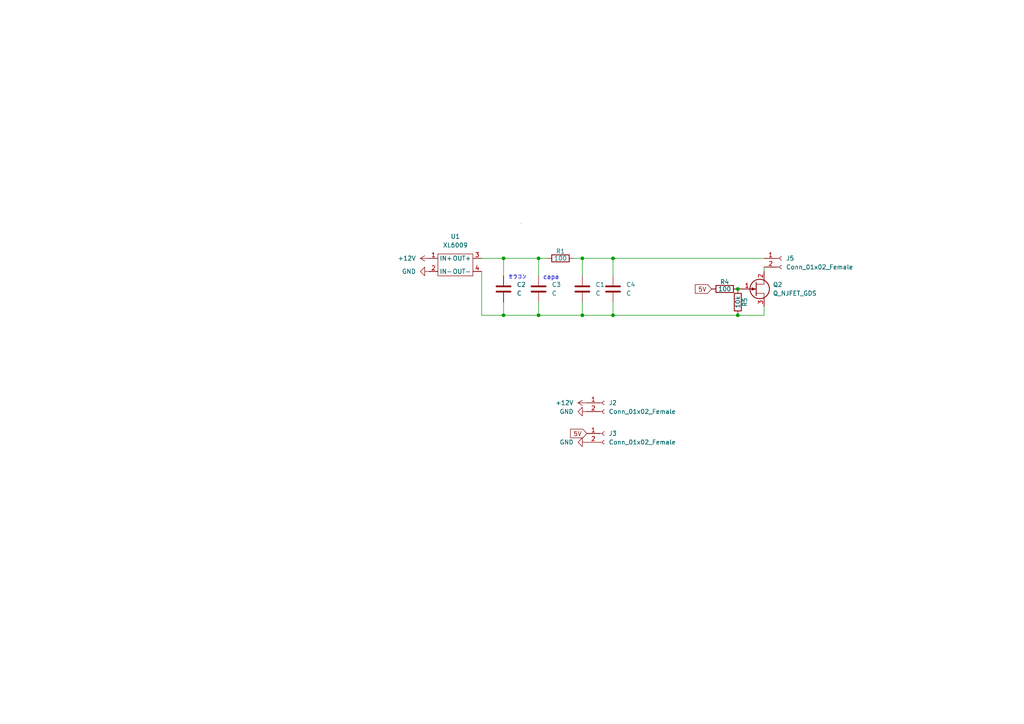
<source format=kicad_sch>
(kicad_sch (version 20211123) (generator eeschema)
  (paper "A4")
  (lib_symbols
    (symbol "Connector:Conn_01x02_Female" (pin_names (offset 1.016) hide)
      (property "Reference" "J" (at 0 2.54 0))
      (property "Value" "Conn_01x02_Female" (at 0 -5.08 0))
      (symbol "Conn_01x02_Female_1_1"
        (arc (start 0 -2.032) (mid -0.508 -2.54) (end 0 -3.048) (stroke (width 0.1524)))
        (polyline (pts (xy -1.27 -2.54) (xy -0.508 -2.54)) (stroke (width 0.1524)))
        (polyline (pts (xy -1.27 0) (xy -0.508 0)) (stroke (width 0.1524)))
        (arc (start 0 0.508) (mid -0.508 0) (end 0 -0.508) (stroke (width 0.1524)))
        (pin passive line (at -5.08 0 0) (length 3.81) (name "Pin_1") (number "1"))
        (pin passive line (at -5.08 -2.54 0) (length 3.81) (name "Pin_2") (number "2"))
      )
    )
    (symbol "Device:C" (pin_numbers hide) (pin_names (offset 0.254))
      (property "Reference" "C" (at 0.635 2.54 0))
      (property "Value" "C" (at 0.635 -2.54 0))
      (symbol "C_0_1"
        (polyline (pts (xy -2.032 -0.762) (xy 2.032 -0.762)) (stroke (width 0.508)))
        (polyline (pts (xy -2.032 0.762) (xy 2.032 0.762)) (stroke (width 0.508)))
      )
      (symbol "C_1_1"
        (pin passive line (at 0 3.81 270) (length 2.794) (name "~") (number "1"))
        (pin passive line (at 0 -3.81 90) (length 2.794) (name "~") (number "2"))
      )
    )
    (symbol "Device:Q_NJFET_GDS" (pin_names (offset 0) hide)
      (property "Reference" "Q" (at 5.08 1.27 0))
      (property "Value" "Q_NJFET_GDS" (at 5.08 -1.27 0))
      (symbol "Q_NJFET_GDS_0_1"
        (polyline (pts (xy 0.254 1.905) (xy 0.254 -1.905) (xy 0.254 -1.905)) (stroke (width 0.254)))
        (polyline (pts (xy 2.54 -2.54) (xy 2.54 -1.27) (xy 0.254 -1.27)))
        (polyline (pts (xy 2.54 2.54) (xy 2.54 1.397) (xy 0.254 1.397)))
        (polyline (pts (xy 0 0) (xy -1.016 0.381) (xy -1.016 -0.381) (xy 0 0)) (fill (type outline)))
        (circle (center 1.27 0) (radius 2.8194) (stroke (width 0.254)))
      )
      (symbol "Q_NJFET_GDS_1_1"
        (pin input line (at -5.08 0 0) (length 5.334) (name "G") (number "1"))
        (pin passive line (at 2.54 5.08 270) (length 2.54) (name "D") (number "2"))
        (pin passive line (at 2.54 -5.08 90) (length 2.54) (name "S") (number "3"))
      )
    )
    (symbol "Device:R" (pin_numbers hide) (pin_names (offset 0))
      (property "Reference" "R" (at 2.032 0 90))
      (property "Value" "R" (at 0 0 90))
      (symbol "R_0_1"
        (rectangle (start -1.016 -2.54) (end 1.016 2.54) (stroke (width 0.254)))
      )
      (symbol "R_1_1"
        (pin passive line (at 0 3.81 270) (length 1.27) (name "~") (number "1"))
        (pin passive line (at 0 -3.81 90) (length 1.27) (name "~") (number "2"))
      )
    )
    (symbol "XL6009:XL6009"
      (property "Reference" "U" (at 0 1.27 0))
      (property "Value" "XL6009" (at 0 -1.27 0))
      (symbol "XL6009_0_1"
        (rectangle (start -5.08 -2.54) (end 5.08 -8.89))
        (rectangle (start 19.05 6.35) (end 19.05 6.35))
      )
      (symbol "XL6009_1_1"
        (pin input line (at -7.62 -3.81 0) (length 2.54) (name "IN+") (number "1"))
        (pin input line (at -7.62 -7.62 0) (length 2.54) (name "IN-") (number "2"))
        (pin input line (at 7.62 -3.81 180) (length 2.54) (name "OUT+") (number "3"))
        (pin input line (at 7.62 -7.62 180) (length 2.54) (name "OUT-") (number "4"))
      )
    )
    (symbol "power:+12V" (power) (pin_names (offset 0))
      (property "Value" "+12V" (at 0 3.556 0))
      (symbol "+12V_0_1"
        (polyline (pts (xy -0.762 1.27) (xy 0 2.54)))
        (polyline (pts (xy 0 0) (xy 0 2.54)))
        (polyline (pts (xy 0 2.54) (xy 0.762 1.27)))
      )
      (symbol "+12V_1_1"
        (pin power_in line (at 0 0 90) (length 0) hide (name "+12V") (number "1"))
      )
    )
    (symbol "power:GND" (power) (pin_names (offset 0))
      (property "Value" "GND" (at 0 -3.81 0))
      (symbol "GND_0_1"
        (polyline (pts (xy 0 0) (xy 0 -1.27) (xy 1.27 -1.27) (xy 0 -2.54) (xy -1.27 -1.27) (xy 0 -1.27)))
      )
      (symbol "GND_1_1"
        (pin power_in line (at 0 0 270) (length 0) hide (name "GND") (number "1"))
      )
    )
  )
  (junction (at 177.8 91.44))
  (junction (at 156.21 91.44))
  (junction (at 213.995 83.82))
  (junction (at 177.8 74.93))
  (junction (at 213.995 91.44))
  (junction (at 156.21 74.93))
  (junction (at 168.91 74.93))
  (junction (at 146.05 74.93))
  (junction (at 146.05 91.44))
  (junction (at 168.91 91.44))
  (wire (pts (xy 146.05 87.63) (xy 146.05 91.44)))
  (wire (pts (xy 177.8 74.93) (xy 221.615 74.93)))
  (wire (pts (xy 146.05 80.01) (xy 146.05 74.93)))
  (wire (pts (xy 156.21 91.44) (xy 168.91 91.44)))
  (wire (pts (xy 139.7 91.44) (xy 146.05 91.44)))
  (wire (pts (xy 146.05 74.93) (xy 156.21 74.93)))
  (wire (pts (xy 156.21 91.44) (xy 156.21 87.63)))
  (wire (pts (xy 168.91 91.44) (xy 177.8 91.44)))
  (wire (pts (xy 168.91 87.63) (xy 168.91 91.44)))
  (wire (pts (xy 177.8 80.01) (xy 177.8 74.93)))
  (wire (pts (xy 166.37 74.93) (xy 168.91 74.93)))
  (wire (pts (xy 177.8 91.44) (xy 213.995 91.44)))
  (wire (pts (xy 139.7 74.93) (xy 146.05 74.93)))
  (wire (pts (xy 221.615 91.44) (xy 213.995 91.44)))
  (wire (pts (xy 168.91 74.93) (xy 177.8 74.93)))
  (wire (pts (xy 139.7 78.74) (xy 139.7 91.44)))
  (wire (pts (xy 156.21 91.44) (xy 146.05 91.44)))
  (wire (pts (xy 177.8 87.63) (xy 177.8 91.44)))
  (wire (pts (xy 168.91 80.01) (xy 168.91 74.93)))
  (wire (pts (xy 221.615 88.9) (xy 221.615 91.44)))
  (wire (pts (xy 221.615 78.74) (xy 221.615 77.47)))
  (wire (pts (xy 156.21 80.01) (xy 156.21 74.93)))
  (wire (pts (xy 156.21 74.93) (xy 158.75 74.93)))
  (text "セラコン" (at 147.32 81.28 0) (effects (font (size 1.27 1.27)) (justify left bottom)))
  (text "capa" (at 157.48 81.28 0) (effects (font (size 1.27 1.27)) (justify left bottom)))
  (global_label "5V" (shape input) (at 206.375 83.82 180) (property "Intersheet References" "${INTERSHEET_REFS}" (effects hide)))
  (global_label "5V" (shape input) (at 170.18 125.73 180) (property "Intersheet References" "${INTERSHEET_REFS}" (effects hide)))
  (symbol (lib_id "Device:C") (at 156.21 83.82 0) (unit 1)
    (property "Reference" "C3" (at 160.02 82.5499 0) (effects (justify left)))
    (property "Value" "C" (at 160.02 85.0899 0) (effects (justify left)))
    (property "Footprint" "Capacitor_THT:C_Radial_D12.5mm_H20.0mm_P5.00mm" (effects hide))
  )
  (symbol (lib_id "Device:C") (at 177.8 83.82 0) (unit 1)
    (property "Reference" "C4" (at 181.61 82.5499 0) (effects (justify left)))
    (property "Value" "C" (at 181.61 85.0899 0) (effects (justify left)))
    (property "Footprint" "Capacitor_THT:C_Radial_D16.0mm_H31.5mm_P7.50mm" (effects hide))
  )
  (symbol (lib_id "power:+12V") (at 170.18 116.84 90) (unit 1)
    (property "Reference" "#PWR0101" (effects hide))
    (property "Value" "+12V" (at 166.37 116.8399 90) (effects (justify left)))
  )
  (symbol (lib_id "Connector:Conn_01x02_Female") (at 175.26 116.84 0) (unit 1)
    (property "Reference" "J2" (at 176.53 116.8399 0) (effects (justify left)))
    (property "Value" "Conn_01x02_Female" (at 176.53 119.3799 0) (effects (justify left)))
    (property "Footprint" "Connector_PinSocket_2.54mm:PinSocket_1x02_P2.54mm_Vertical" (effects hide))
  )
  (symbol (lib_id "Connector:Conn_01x02_Female") (at 175.26 125.73 0) (unit 1)
    (property "Reference" "J3" (at 176.53 125.7299 0) (effects (justify left)))
    (property "Value" "Conn_01x02_Female" (at 176.53 128.2699 0) (effects (justify left)))
    (property "Footprint" "Connector_PinSocket_2.54mm:PinSocket_1x02_P2.54mm_Vertical" (effects hide))
  )
  (symbol (lib_id "Device:C") (at 146.05 83.82 0) (unit 1)
    (property "Reference" "C2" (at 149.86 82.5499 0) (effects (justify left)))
    (property "Value" "C" (at 149.86 85.0899 0) (effects (justify left)))
    (property "Footprint" "Capacitor_THT:C_Disc_D8.0mm_W2.5mm_P5.00mm" (effects hide))
  )
  (symbol (lib_id "Device:R") (at 213.995 87.63 0) (unit 1)
    (property "Reference" "R5" (at 216.027 87.63 90))
    (property "Value" "10k" (at 213.995 87.63 90))
    (property "Footprint" "Resistor_THT:R_Axial_DIN0204_L3.6mm_D1.6mm_P7.62mm_Horizontal" (effects hide))
  )
  (symbol (lib_id "Connector:Conn_01x02_Female") (at 226.695 74.93 0) (unit 1)
    (property "Reference" "J5" (at 227.965 74.9299 0) (effects (justify left)))
    (property "Value" "Conn_01x02_Female" (at 227.965 77.4699 0) (effects (justify left)))
    (property "Footprint" "Connector_PinSocket_2.54mm:PinSocket_1x02_P2.54mm_Vertical" (effects hide))
  )
  (symbol (lib_id "power:GND") (at 170.18 119.38 270) (unit 1)
    (property "Reference" "#PWR0102" (effects hide))
    (property "Value" "GND" (at 166.37 119.3799 90) (effects (justify right)))
  )
  (symbol (lib_id "Device:R") (at 162.56 74.93 90) (unit 1)
    (property "Reference" "R1" (at 162.56 72.898 90))
    (property "Value" "100" (at 162.56 74.93 90))
    (property "Footprint" "Resistor_THT:R_Axial_DIN0204_L3.6mm_D1.6mm_P7.62mm_Horizontal" (effects hide))
  )
  (symbol (lib_id "Device:C") (at 168.91 83.82 0) (unit 1)
    (property "Reference" "C1" (at 172.72 82.5499 0) (effects (justify left)))
    (property "Value" "C" (at 172.72 85.0899 0) (effects (justify left)))
    (property "Footprint" "Capacitor_THT:C_Radial_D16.0mm_H31.5mm_P7.50mm" (effects hide))
  )
  (symbol (lib_id "power:+12V") (at 124.46 74.93 90) (unit 1)
    (property "Reference" "#PWR0104" (effects hide))
    (property "Value" "+12V" (at 120.65 74.9299 90) (effects (justify left)))
  )
  (symbol (lib_id "Device:Q_NJFET_GDS") (at 219.075 83.82 0) (unit 1)
    (property "Reference" "Q2" (at 224.155 82.5499 0) (effects (justify left)))
    (property "Value" "Q_NJFET_GDS" (at 224.155 85.0899 0) (effects (justify left)))
    (property "Footprint" "XL6009:FET(big)" (effects hide))
  )
  (symbol (lib_id "power:GND") (at 124.46 78.74 270) (unit 1)
    (property "Reference" "#PWR0103" (effects hide))
    (property "Value" "GND" (at 120.65 78.7399 90) (effects (justify right)))
  )
  (symbol (lib_id "Device:R") (at 210.185 83.82 90) (unit 1)
    (property "Reference" "R4" (at 210.185 81.788 90))
    (property "Value" "100" (at 210.185 83.82 90))
    (property "Footprint" "Resistor_THT:R_Axial_DIN0204_L3.6mm_D1.6mm_P7.62mm_Horizontal" (effects hide))
  )
  (symbol (lib_id "power:GND") (at 170.18 128.27 270) (unit 1)
    (property "Reference" "#PWR0105" (effects hide))
    (property "Value" "GND" (at 166.37 128.2699 90) (effects (justify right)))
  )
  (symbol (lib_id "XL6009:XL6009") (at 132.08 71.12 0) (unit 1)
    (property "Reference" "U1" (at 132.08 68.58 0))
    (property "Value" "XL6009" (at 132.08 71.12 0))
    (property "Footprint" "XL6009:XL6009" (effects hide))
  )
)
</source>
